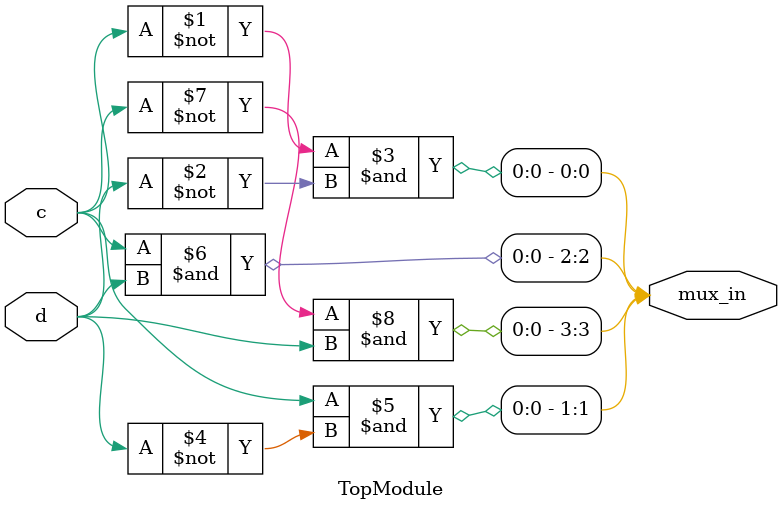
<source format=sv>

module TopModule (
  input c,
  input d,
  output [3:0] mux_in
);
        assign mux_in[0] = ~c & ~d;
        assign mux_in[1] = c & ~d;
        assign mux_in[2] = c & d;
        assign mux_in[3] = ~c & d;

endmodule
/*
Status: Error running testbench

Fail Messages:The testbench simulated, but had errors. Please fix the module. The output of iverilog is as follows:
VCD info: dumpfile wave.vcd opened for output.
./execute_environment/testbench.sv:38: $finish called at 300 (1ps)
Hint: Output 'mux_in' has 60 mismatches. First mismatch occurred at time 5.
Hint: Total mismatched samples is 60 out of 60 samples

Simulation finished at 300 ps
Mismatches: 60 in 60 samples
*/

/*
Misinterpretation of Multimodal Data: KMAP
Missing Details of Long Descriptions
*/
</source>
